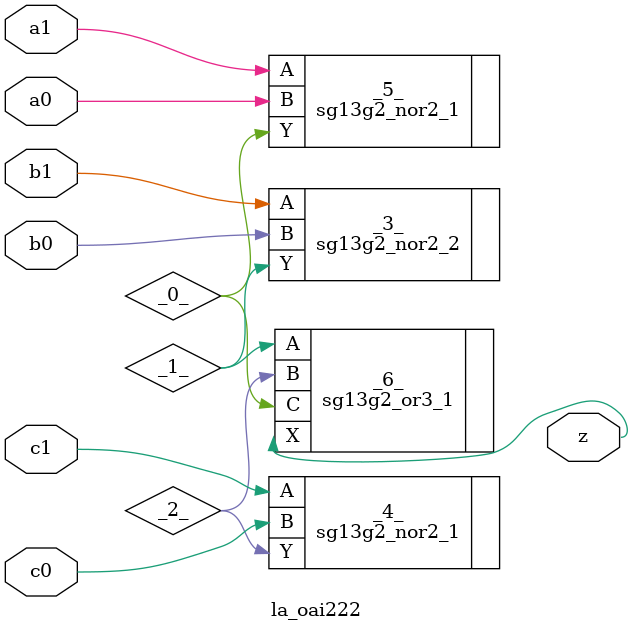
<source format=v>

/* Generated by Yosys 0.40+33 (git sha1 cd1fb8b15, g++ 11.4.0-1ubuntu1~22.04 -fPIC -Os) */

module la_oai222(a0, a1, b0, b1, c0, c1, z);
  wire _0_;
  wire _1_;
  wire _2_;
  input a0;
  wire a0;
  input a1;
  wire a1;
  input b0;
  wire b0;
  input b1;
  wire b1;
  input c0;
  wire c0;
  input c1;
  wire c1;
  output z;
  wire z;
  sg13g2_nor2_2 _3_ (
    .A(b1),
    .B(b0),
    .Y(_1_)
  );
  sg13g2_nor2_1 _4_ (
    .A(c1),
    .B(c0),
    .Y(_2_)
  );
  sg13g2_nor2_1 _5_ (
    .A(a1),
    .B(a0),
    .Y(_0_)
  );
  sg13g2_or3_1 _6_ (
    .A(_1_),
    .B(_2_),
    .C(_0_),
    .X(z)
  );
endmodule

</source>
